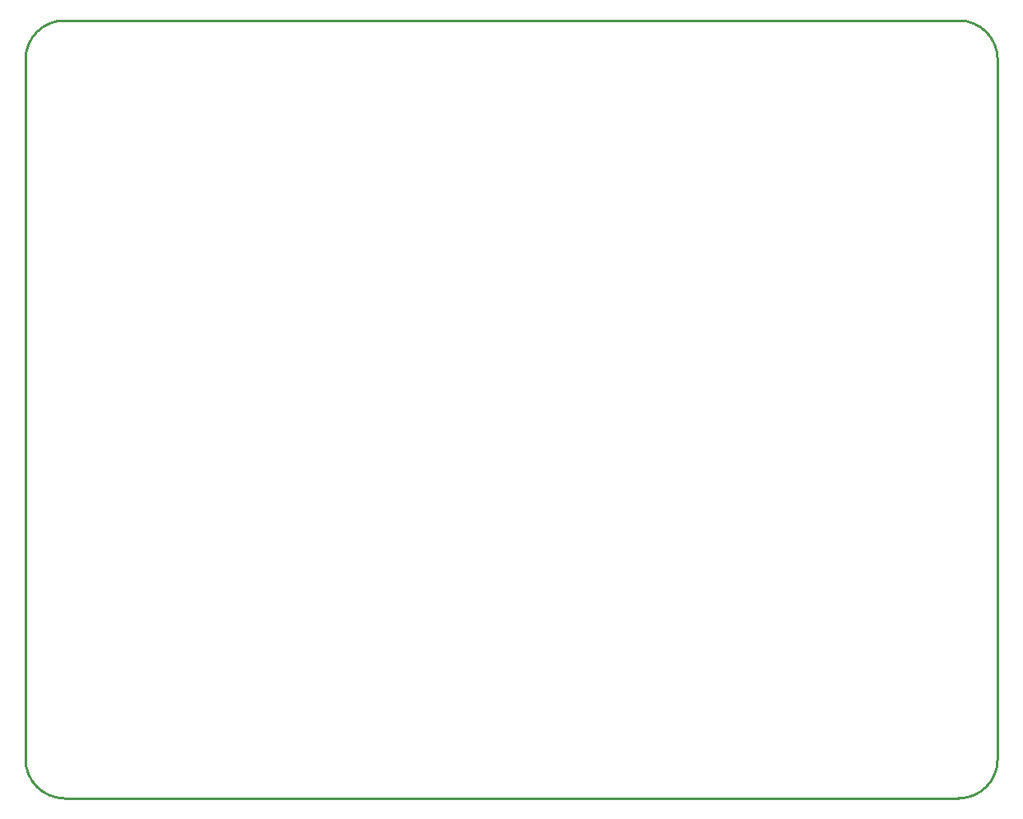
<source format=gko>
%FSLAX25Y25*%
%MOIN*%
G70*
G01*
G75*
G04 Layer_Color=16711935*
%ADD10C,0.01772*%
%ADD11C,0.01969*%
%ADD12R,0.06693X0.09843*%
%ADD13R,0.09843X0.06693*%
%ADD14R,0.03158X0.03827*%
%ADD15R,0.03827X0.03158*%
%ADD16R,0.08661X0.04724*%
%ADD17R,0.08661X0.13780*%
%ADD18R,0.06693X0.07874*%
%ADD19R,0.05315X0.01772*%
%ADD20R,0.06693X0.14567*%
%ADD21R,0.03150X0.01181*%
%ADD22R,0.01181X0.03150*%
%ADD23R,0.06693X0.06693*%
%ADD24C,0.03150*%
%ADD25R,0.03543X0.05906*%
%ADD26R,0.05906X0.03543*%
%ADD27R,0.19685X0.19685*%
%ADD28R,0.15354X0.24410*%
%ADD29R,0.12992X0.17323*%
%ADD30R,0.01575X0.03150*%
%ADD31R,0.03937X0.03543*%
%ADD32R,0.07087X0.15354*%
%ADD33R,0.05118X0.21654*%
%ADD34R,0.15354X0.07087*%
%ADD35R,0.21654X0.05118*%
%ADD36R,0.02362X0.01969*%
%ADD37R,0.01969X0.02362*%
%ADD38R,0.03543X0.02362*%
%ADD39R,0.02362X0.03543*%
%ADD40R,0.02756X0.05118*%
%ADD41R,0.05118X0.02756*%
%ADD42R,0.06890X0.04724*%
%ADD43R,0.04724X0.06890*%
%ADD44R,0.06299X0.22441*%
%ADD45R,0.22441X0.06299*%
%ADD46C,0.03937*%
%ADD47C,0.00787*%
%ADD48C,0.01181*%
%ADD49C,0.01575*%
%ADD50C,0.02362*%
%ADD51C,0.05906*%
%ADD52C,0.01378*%
%ADD53C,0.02953*%
%ADD54C,0.03150*%
%ADD55C,0.00591*%
%ADD56R,0.10433X0.04331*%
%ADD57R,0.09449X0.04331*%
%ADD58R,0.06200X0.08500*%
%ADD59R,0.08500X0.06200*%
%ADD60R,0.06200X0.17300*%
%ADD61R,0.04331X0.09449*%
%ADD62R,0.25000X0.04331*%
%ADD63R,0.09055X0.04331*%
%ADD64R,0.11417X0.09449*%
%ADD65R,0.07087X0.04331*%
%ADD66R,0.04232X0.02854*%
%ADD67C,0.23622*%
%ADD68C,0.05906*%
%ADD69C,0.09055*%
%ADD70C,0.03543*%
%ADD71C,0.07874*%
%ADD72C,0.06299*%
%ADD73C,0.02362*%
%ADD74C,0.02598*%
%ADD75C,0.04000*%
%ADD76C,0.17716*%
%ADD77C,0.03740*%
%ADD78C,0.11614*%
%ADD79C,0.10236*%
%ADD80C,0.02756*%
%ADD81C,0.07874*%
%ADD82R,0.05906X0.04232*%
%ADD83R,0.05915X0.03248*%
%ADD84R,0.11811X0.19685*%
%ADD85R,0.19685X0.11811*%
%ADD86R,0.11811X0.11811*%
%ADD87R,0.09055X0.08764*%
%ADD88R,0.09055X0.04331*%
%ADD89R,0.08563X0.04331*%
%ADD90R,0.19488X0.10925*%
%ADD91R,0.03051X0.09449*%
%ADD92C,0.00984*%
%ADD93C,0.00100*%
%ADD94C,0.01000*%
%ADD95R,0.06299X0.06299*%
%ADD96R,0.15748X0.15748*%
%ADD97R,0.07087X0.10236*%
%ADD98R,0.10236X0.07087*%
%ADD99R,0.03551X0.04221*%
%ADD100R,0.04221X0.03551*%
%ADD101R,0.09055X0.05118*%
%ADD102R,0.09055X0.14173*%
%ADD103R,0.07087X0.08268*%
%ADD104R,0.05709X0.02165*%
%ADD105R,0.07087X0.14961*%
%ADD106R,0.03347X0.01378*%
%ADD107R,0.01378X0.03347*%
%ADD108R,0.06890X0.06890*%
%ADD109R,0.03937X0.06299*%
%ADD110R,0.06299X0.03937*%
%ADD111R,0.20079X0.20079*%
%ADD112R,0.15748X0.24803*%
%ADD113R,0.13386X0.17716*%
%ADD114R,0.01969X0.03543*%
%ADD115R,0.04331X0.03937*%
%ADD116R,0.07480X0.15748*%
%ADD117R,0.05512X0.22047*%
%ADD118R,0.15748X0.07480*%
%ADD119R,0.22047X0.05512*%
%ADD120R,0.03150X0.02756*%
%ADD121R,0.02756X0.03150*%
%ADD122R,0.04331X0.03150*%
%ADD123R,0.03150X0.04331*%
%ADD124R,0.03150X0.05512*%
%ADD125R,0.05512X0.03150*%
%ADD126R,0.07284X0.05118*%
%ADD127R,0.05118X0.07284*%
%ADD128R,0.06693X0.22835*%
%ADD129R,0.22835X0.06693*%
%ADD130C,0.24016*%
%ADD131C,0.09449*%
%ADD132C,0.03937*%
%ADD133C,0.08268*%
%ADD134C,0.06693*%
%ADD135R,0.12205X0.20079*%
%ADD136R,0.20079X0.12205*%
%ADD137R,0.12205X0.12205*%
D92*
X-196851Y-141732D02*
G03*
X-181102Y-157480I15748J0D01*
G01*
X181103D02*
G03*
X196851Y-141732I0J15748D01*
G01*
Y141732D02*
G03*
X181103Y157480I-15748J0D01*
G01*
X-181102D02*
G03*
X-196851Y141732I0J-15748D01*
G01*
X-181102Y-157480D02*
X181103D01*
X196851Y-141732D02*
Y141732D01*
X-181102Y157480D02*
X181103D01*
X-196851Y-141732D02*
Y141732D01*
M02*

</source>
